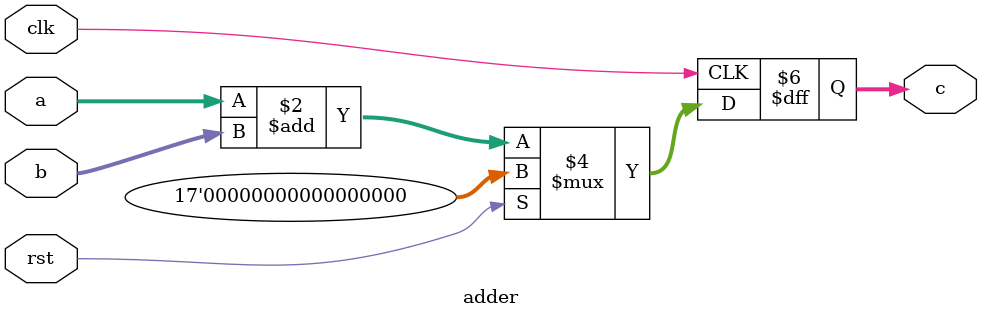
<source format=v>

module adder(
  clk,
  rst,
  a,
  b,
  c
);

parameter D_WIDTH   = 16;

input                         clk;
input                         rst;
input      [D_WIDTH  -1:0]      a;
input      [D_WIDTH  -1:0]      b;
output reg [D_WIDTH+1-1:0]      c;

always @(posedge clk) 
  if(rst) begin
    c <= 0;
  end else begin
    c <= a + b;
  end
endmodule

</source>
